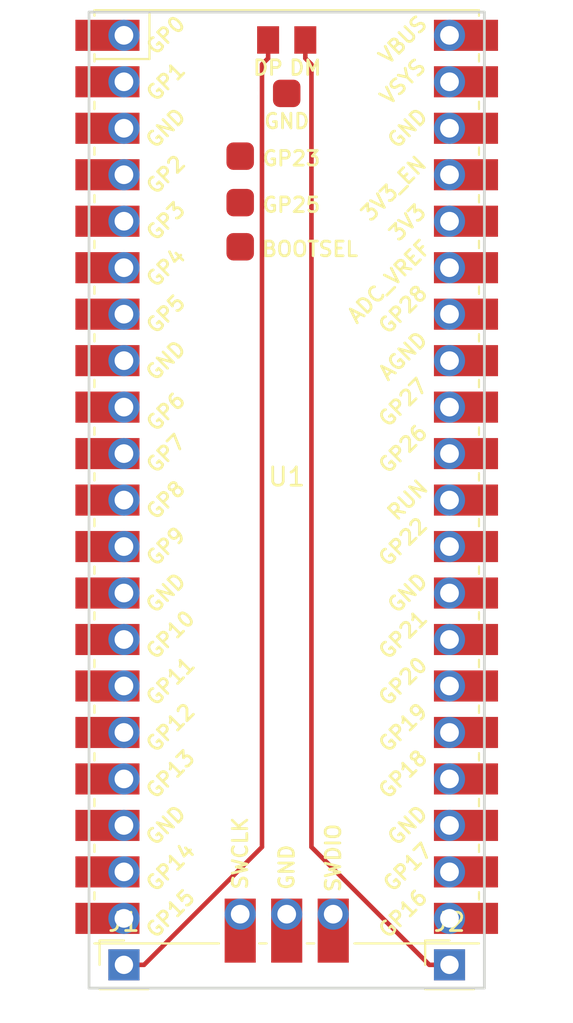
<source format=kicad_pcb>
(kicad_pcb (version 20171130) (host pcbnew 5.0.2+dfsg1-1)

  (general
    (thickness 1.6)
    (drawings 4)
    (tracks 53)
    (zones 0)
    (modules 3)
    (nets 3)
  )

  (page A4)
  (layers
    (0 F.Cu signal)
    (31 B.Cu signal)
    (32 B.Adhes user)
    (33 F.Adhes user)
    (34 B.Paste user)
    (35 F.Paste user)
    (36 B.SilkS user)
    (37 F.SilkS user)
    (38 B.Mask user)
    (39 F.Mask user)
    (40 Dwgs.User user)
    (41 Cmts.User user)
    (42 Eco1.User user)
    (43 Eco2.User user)
    (44 Edge.Cuts user)
    (45 Margin user)
    (46 B.CrtYd user)
    (47 F.CrtYd user)
    (48 B.Fab user)
    (49 F.Fab user)
  )

  (setup
    (last_trace_width 0.25)
    (trace_clearance 0.2)
    (zone_clearance 0.508)
    (zone_45_only no)
    (trace_min 0.2)
    (segment_width 0.2)
    (edge_width 0.15)
    (via_size 1.7)
    (via_drill 1.02)
    (via_min_size 0.4)
    (via_min_drill 0.3)
    (uvia_size 0.3)
    (uvia_drill 0.1)
    (uvias_allowed no)
    (uvia_min_size 0.2)
    (uvia_min_drill 0.1)
    (pcb_text_width 0.3)
    (pcb_text_size 1.5 1.5)
    (mod_edge_width 0.15)
    (mod_text_size 1 1)
    (mod_text_width 0.15)
    (pad_size 1.524 1.524)
    (pad_drill 0.762)
    (pad_to_mask_clearance 0.051)
    (solder_mask_min_width 0.25)
    (aux_axis_origin 0 0)
    (visible_elements FFFFFF7F)
    (pcbplotparams
      (layerselection 0x010fc_ffffffff)
      (usegerberextensions false)
      (usegerberattributes false)
      (usegerberadvancedattributes false)
      (creategerberjobfile false)
      (excludeedgelayer true)
      (linewidth 0.100000)
      (plotframeref false)
      (viasonmask false)
      (mode 1)
      (useauxorigin false)
      (hpglpennumber 1)
      (hpglpenspeed 20)
      (hpglpendiameter 15.000000)
      (psnegative false)
      (psa4output false)
      (plotreference true)
      (plotvalue true)
      (plotinvisibletext false)
      (padsonsilk false)
      (subtractmaskfromsilk false)
      (outputformat 1)
      (mirror false)
      (drillshape 1)
      (scaleselection 1)
      (outputdirectory ""))
  )

  (net 0 "")
  (net 1 "Net-(J1-Pad1)")
  (net 2 "Net-(J2-Pad1)")

  (net_class Default "This is the default net class."
    (clearance 0.2)
    (trace_width 0.25)
    (via_dia 1.7)
    (via_drill 1.02)
    (uvia_dia 0.3)
    (uvia_drill 0.1)
    (add_net "Net-(J1-Pad1)")
    (add_net "Net-(J2-Pad1)")
  )

  (module Connector_PinHeader_2.54mm:PinHeader_1x01_P2.54mm_Vertical (layer F.Cu) (tedit 59FED5CC) (tstamp 614F876B)
    (at 130.81 109.22)
    (descr "Through hole straight pin header, 1x01, 2.54mm pitch, single row")
    (tags "Through hole pin header THT 1x01 2.54mm single row")
    (path /614E4134)
    (fp_text reference J1 (at 0 -2.33) (layer F.SilkS)
      (effects (font (size 1 1) (thickness 0.15)))
    )
    (fp_text value Conn_01x01_Male (at 0 2.33) (layer F.Fab)
      (effects (font (size 1 1) (thickness 0.15)))
    )
    (fp_line (start -0.635 -1.27) (end 1.27 -1.27) (layer F.Fab) (width 0.1))
    (fp_line (start 1.27 -1.27) (end 1.27 1.27) (layer F.Fab) (width 0.1))
    (fp_line (start 1.27 1.27) (end -1.27 1.27) (layer F.Fab) (width 0.1))
    (fp_line (start -1.27 1.27) (end -1.27 -0.635) (layer F.Fab) (width 0.1))
    (fp_line (start -1.27 -0.635) (end -0.635 -1.27) (layer F.Fab) (width 0.1))
    (fp_line (start -1.33 1.33) (end 1.33 1.33) (layer F.SilkS) (width 0.12))
    (fp_line (start -1.33 1.27) (end -1.33 1.33) (layer F.SilkS) (width 0.12))
    (fp_line (start 1.33 1.27) (end 1.33 1.33) (layer F.SilkS) (width 0.12))
    (fp_line (start -1.33 1.27) (end 1.33 1.27) (layer F.SilkS) (width 0.12))
    (fp_line (start -1.33 0) (end -1.33 -1.33) (layer F.SilkS) (width 0.12))
    (fp_line (start -1.33 -1.33) (end 0 -1.33) (layer F.SilkS) (width 0.12))
    (fp_line (start -1.8 -1.8) (end -1.8 1.8) (layer F.CrtYd) (width 0.05))
    (fp_line (start -1.8 1.8) (end 1.8 1.8) (layer F.CrtYd) (width 0.05))
    (fp_line (start 1.8 1.8) (end 1.8 -1.8) (layer F.CrtYd) (width 0.05))
    (fp_line (start 1.8 -1.8) (end -1.8 -1.8) (layer F.CrtYd) (width 0.05))
    (fp_text user %R (at 0 0 90) (layer F.Fab)
      (effects (font (size 1 1) (thickness 0.15)))
    )
    (pad 1 thru_hole rect (at 0 0) (size 1.7 1.7) (drill 1) (layers *.Cu *.Mask)
      (net 1 "Net-(J1-Pad1)"))
    (model ${KISYS3DMOD}/Connector_PinHeader_2.54mm.3dshapes/PinHeader_1x01_P2.54mm_Vertical.wrl
      (at (xyz 0 0 0))
      (scale (xyz 1 1 1))
      (rotate (xyz 0 0 0))
    )
  )

  (module Connector_PinHeader_2.54mm:PinHeader_1x01_P2.54mm_Vertical (layer F.Cu) (tedit 59FED5CC) (tstamp 614F8780)
    (at 148.59 109.22)
    (descr "Through hole straight pin header, 1x01, 2.54mm pitch, single row")
    (tags "Through hole pin header THT 1x01 2.54mm single row")
    (path /614E41CF)
    (fp_text reference J2 (at 0 -2.33) (layer F.SilkS)
      (effects (font (size 1 1) (thickness 0.15)))
    )
    (fp_text value Conn_01x01_Male (at 0 2.33) (layer F.Fab)
      (effects (font (size 1 1) (thickness 0.15)))
    )
    (fp_text user %R (at 0 0 90) (layer F.Fab)
      (effects (font (size 1 1) (thickness 0.15)))
    )
    (fp_line (start 1.8 -1.8) (end -1.8 -1.8) (layer F.CrtYd) (width 0.05))
    (fp_line (start 1.8 1.8) (end 1.8 -1.8) (layer F.CrtYd) (width 0.05))
    (fp_line (start -1.8 1.8) (end 1.8 1.8) (layer F.CrtYd) (width 0.05))
    (fp_line (start -1.8 -1.8) (end -1.8 1.8) (layer F.CrtYd) (width 0.05))
    (fp_line (start -1.33 -1.33) (end 0 -1.33) (layer F.SilkS) (width 0.12))
    (fp_line (start -1.33 0) (end -1.33 -1.33) (layer F.SilkS) (width 0.12))
    (fp_line (start -1.33 1.27) (end 1.33 1.27) (layer F.SilkS) (width 0.12))
    (fp_line (start 1.33 1.27) (end 1.33 1.33) (layer F.SilkS) (width 0.12))
    (fp_line (start -1.33 1.27) (end -1.33 1.33) (layer F.SilkS) (width 0.12))
    (fp_line (start -1.33 1.33) (end 1.33 1.33) (layer F.SilkS) (width 0.12))
    (fp_line (start -1.27 -0.635) (end -0.635 -1.27) (layer F.Fab) (width 0.1))
    (fp_line (start -1.27 1.27) (end -1.27 -0.635) (layer F.Fab) (width 0.1))
    (fp_line (start 1.27 1.27) (end -1.27 1.27) (layer F.Fab) (width 0.1))
    (fp_line (start 1.27 -1.27) (end 1.27 1.27) (layer F.Fab) (width 0.1))
    (fp_line (start -0.635 -1.27) (end 1.27 -1.27) (layer F.Fab) (width 0.1))
    (pad 1 thru_hole rect (at 0 0) (size 1.7 1.7) (drill 1) (layers *.Cu *.Mask)
      (net 2 "Net-(J2-Pad1)"))
    (model ${KISYS3DMOD}/Connector_PinHeader_2.54mm.3dshapes/PinHeader_1x01_P2.54mm_Vertical.wrl
      (at (xyz 0 0 0))
      (scale (xyz 1 1 1))
      (rotate (xyz 0 0 0))
    )
  )

  (module custom-footprints:Raspberry-pico-smd (layer F.Cu) (tedit 614DE2F8) (tstamp 614F8823)
    (at 139.7 82.55)
    (descr "Through hole straight pin header, 2x20, 2.54mm pitch, double rows")
    (tags "Through hole pin header THT 2x20 2.54mm double row")
    (path /614E400F)
    (fp_text reference U1 (at 0 0) (layer F.SilkS)
      (effects (font (size 1 1) (thickness 0.15)))
    )
    (fp_text value Raspberry-pico-smd (at 0 2.159) (layer F.Fab)
      (effects (font (size 1 1) (thickness 0.15)))
    )
    (fp_line (start 1.1 25.5) (end 1.5 25.5) (layer F.SilkS) (width 0.12))
    (fp_line (start -1.5 25.5) (end -1.1 25.5) (layer F.SilkS) (width 0.12))
    (fp_line (start 10.5 25.5) (end 3.7 25.5) (layer F.SilkS) (width 0.12))
    (fp_line (start 10.5 15.1) (end 10.5 15.5) (layer F.SilkS) (width 0.12))
    (fp_line (start 10.5 7.4) (end 10.5 7.8) (layer F.SilkS) (width 0.12))
    (fp_line (start 10.5 -18) (end 10.5 -17.6) (layer F.SilkS) (width 0.12))
    (fp_line (start 10.5 -25.5) (end 10.5 -25.2) (layer F.SilkS) (width 0.12))
    (fp_line (start 10.5 -2.7) (end 10.5 -2.3) (layer F.SilkS) (width 0.12))
    (fp_line (start 10.5 12.5) (end 10.5 12.9) (layer F.SilkS) (width 0.12))
    (fp_line (start 10.5 -7.8) (end 10.5 -7.4) (layer F.SilkS) (width 0.12))
    (fp_line (start 10.5 -12.9) (end 10.5 -12.5) (layer F.SilkS) (width 0.12))
    (fp_line (start 10.5 -0.2) (end 10.5 0.2) (layer F.SilkS) (width 0.12))
    (fp_line (start 10.5 4.9) (end 10.5 5.3) (layer F.SilkS) (width 0.12))
    (fp_line (start 10.5 20.1) (end 10.5 20.5) (layer F.SilkS) (width 0.12))
    (fp_line (start 10.5 22.7) (end 10.5 23.1) (layer F.SilkS) (width 0.12))
    (fp_line (start 10.5 17.6) (end 10.5 18) (layer F.SilkS) (width 0.12))
    (fp_line (start 10.5 -15.4) (end 10.5 -15) (layer F.SilkS) (width 0.12))
    (fp_line (start 10.5 -23.1) (end 10.5 -22.7) (layer F.SilkS) (width 0.12))
    (fp_line (start 10.5 -20.5) (end 10.5 -20.1) (layer F.SilkS) (width 0.12))
    (fp_line (start 10.5 10) (end 10.5 10.4) (layer F.SilkS) (width 0.12))
    (fp_line (start 10.5 2.3) (end 10.5 2.7) (layer F.SilkS) (width 0.12))
    (fp_line (start 10.5 -5.3) (end 10.5 -4.9) (layer F.SilkS) (width 0.12))
    (fp_line (start 10.5 -10.4) (end 10.5 -10) (layer F.SilkS) (width 0.12))
    (fp_line (start -10.5 22.7) (end -10.5 23.1) (layer F.SilkS) (width 0.12))
    (fp_line (start -10.5 20.1) (end -10.5 20.5) (layer F.SilkS) (width 0.12))
    (fp_line (start -10.5 17.6) (end -10.5 18) (layer F.SilkS) (width 0.12))
    (fp_line (start -10.5 15.1) (end -10.5 15.5) (layer F.SilkS) (width 0.12))
    (fp_line (start -10.5 12.5) (end -10.5 12.9) (layer F.SilkS) (width 0.12))
    (fp_line (start -10.5 10) (end -10.5 10.4) (layer F.SilkS) (width 0.12))
    (fp_line (start -10.5 7.4) (end -10.5 7.8) (layer F.SilkS) (width 0.12))
    (fp_line (start -10.5 4.9) (end -10.5 5.3) (layer F.SilkS) (width 0.12))
    (fp_line (start -10.5 2.3) (end -10.5 2.7) (layer F.SilkS) (width 0.12))
    (fp_line (start -10.5 -0.2) (end -10.5 0.2) (layer F.SilkS) (width 0.12))
    (fp_line (start -10.5 -2.7) (end -10.5 -2.3) (layer F.SilkS) (width 0.12))
    (fp_line (start -10.5 -5.3) (end -10.5 -4.9) (layer F.SilkS) (width 0.12))
    (fp_line (start -10.5 -7.8) (end -10.5 -7.4) (layer F.SilkS) (width 0.12))
    (fp_line (start -10.5 -10.4) (end -10.5 -10) (layer F.SilkS) (width 0.12))
    (fp_line (start -10.5 -12.9) (end -10.5 -12.5) (layer F.SilkS) (width 0.12))
    (fp_line (start -10.5 -15.4) (end -10.5 -15) (layer F.SilkS) (width 0.12))
    (fp_line (start -10.5 -18) (end -10.5 -17.6) (layer F.SilkS) (width 0.12))
    (fp_line (start -10.5 -20.5) (end -10.5 -20.1) (layer F.SilkS) (width 0.12))
    (fp_line (start -10.5 -23.1) (end -10.5 -22.7) (layer F.SilkS) (width 0.12))
    (fp_line (start -10.5 -25.5) (end -10.5 -25.2) (layer F.SilkS) (width 0.12))
    (fp_line (start -7.493 -22.833) (end -7.493 -25.5) (layer F.SilkS) (width 0.12))
    (fp_line (start -10.5 -22.833) (end -7.493 -22.833) (layer F.SilkS) (width 0.12))
    (fp_line (start -3.7 25.5) (end -10.5 25.5) (layer F.SilkS) (width 0.12))
    (fp_line (start -10.5 -25.5) (end 10.5 -25.5) (layer F.SilkS) (width 0.12))
    (fp_line (start -11 26) (end -11 -26) (layer F.CrtYd) (width 0.12))
    (fp_line (start 11 26) (end -11 26) (layer F.CrtYd) (width 0.12))
    (fp_line (start 11 -26) (end 11 26) (layer F.CrtYd) (width 0.12))
    (fp_line (start -11 -26) (end 11 -26) (layer F.CrtYd) (width 0.12))
    (fp_line (start -10.5 -24.2) (end -9.2 -25.5) (layer F.Fab) (width 0.12))
    (fp_line (start -10.5 25.5) (end -10.5 -25.5) (layer F.Fab) (width 0.12))
    (fp_line (start 10.5 25.5) (end -10.5 25.5) (layer F.Fab) (width 0.12))
    (fp_line (start 10.5 -25.5) (end 10.5 25.5) (layer F.Fab) (width 0.12))
    (fp_line (start -10.5 -25.5) (end 10.5 -25.5) (layer F.Fab) (width 0.12))
    (fp_text user %R (at 0 0 180) (layer F.Fab)
      (effects (font (size 1 1) (thickness 0.15)))
    )
    (fp_text user GP1 (at -6.604 -21.59 45) (layer F.SilkS)
      (effects (font (size 0.8 0.8) (thickness 0.15)))
    )
    (fp_text user GP2 (at -6.604 -16.51 45) (layer F.SilkS)
      (effects (font (size 0.8 0.8) (thickness 0.15)))
    )
    (fp_text user GP0 (at -6.604 -24.13 45) (layer F.SilkS)
      (effects (font (size 0.8 0.8) (thickness 0.15)))
    )
    (fp_text user GP3 (at -6.604 -13.97 45) (layer F.SilkS)
      (effects (font (size 0.8 0.8) (thickness 0.15)))
    )
    (fp_text user GP4 (at -6.604 -11.43 45) (layer F.SilkS)
      (effects (font (size 0.8 0.8) (thickness 0.15)))
    )
    (fp_text user GP5 (at -6.604 -8.89 45) (layer F.SilkS)
      (effects (font (size 0.8 0.8) (thickness 0.15)))
    )
    (fp_text user GP6 (at -6.604 -3.556 45) (layer F.SilkS)
      (effects (font (size 0.8 0.8) (thickness 0.15)))
    )
    (fp_text user GP7 (at -6.604 -1.27 45) (layer F.SilkS)
      (effects (font (size 0.8 0.8) (thickness 0.15)))
    )
    (fp_text user GP8 (at -6.604 1.27 45) (layer F.SilkS)
      (effects (font (size 0.8 0.8) (thickness 0.15)))
    )
    (fp_text user GP9 (at -6.604 3.81 45) (layer F.SilkS)
      (effects (font (size 0.8 0.8) (thickness 0.15)))
    )
    (fp_text user GP10 (at -6.35 8.636 45) (layer F.SilkS)
      (effects (font (size 0.8 0.8) (thickness 0.15)))
    )
    (fp_text user GP11 (at -6.35 11.176 45) (layer F.SilkS)
      (effects (font (size 0.8 0.8) (thickness 0.15)))
    )
    (fp_text user GP12 (at -6.35 13.716 45) (layer F.SilkS)
      (effects (font (size 0.8 0.8) (thickness 0.15)))
    )
    (fp_text user GP13 (at -6.35 16.256 45) (layer F.SilkS)
      (effects (font (size 0.8 0.8) (thickness 0.15)))
    )
    (fp_text user GP14 (at -6.35 21.336 45) (layer F.SilkS)
      (effects (font (size 0.8 0.8) (thickness 0.15)))
    )
    (fp_text user GP15 (at -6.35 23.876 45) (layer F.SilkS)
      (effects (font (size 0.8 0.8) (thickness 0.15)))
    )
    (fp_text user GP16 (at 6.35 23.876 45) (layer F.SilkS)
      (effects (font (size 0.8 0.8) (thickness 0.15)))
    )
    (fp_text user GP17 (at 6.604 21.336 45) (layer F.SilkS)
      (effects (font (size 0.8 0.8) (thickness 0.15)))
    )
    (fp_text user GP18 (at 6.35 16.256 45) (layer F.SilkS)
      (effects (font (size 0.8 0.8) (thickness 0.15)))
    )
    (fp_text user GP19 (at 6.35 13.716 45) (layer F.SilkS)
      (effects (font (size 0.8 0.8) (thickness 0.15)))
    )
    (fp_text user GP20 (at 6.35 11.176 45) (layer F.SilkS)
      (effects (font (size 0.8 0.8) (thickness 0.15)))
    )
    (fp_text user GP21 (at 6.35 8.636 45) (layer F.SilkS)
      (effects (font (size 0.8 0.8) (thickness 0.15)))
    )
    (fp_text user GP22 (at 6.35 3.556 45) (layer F.SilkS)
      (effects (font (size 0.8 0.8) (thickness 0.15)))
    )
    (fp_text user RUN (at 6.604 1.27 45) (layer F.SilkS)
      (effects (font (size 0.8 0.8) (thickness 0.15)))
    )
    (fp_text user GP26 (at 6.35 -1.524 45) (layer F.SilkS)
      (effects (font (size 0.8 0.8) (thickness 0.15)))
    )
    (fp_text user GP27 (at 6.35 -4.064 45) (layer F.SilkS)
      (effects (font (size 0.8 0.8) (thickness 0.15)))
    )
    (fp_text user GP28 (at 6.35 -9.144 45) (layer F.SilkS)
      (effects (font (size 0.8 0.8) (thickness 0.15)))
    )
    (fp_text user ADC_VREF (at 5.588 -10.668 45) (layer F.SilkS)
      (effects (font (size 0.8 0.8) (thickness 0.15)))
    )
    (fp_text user 3V3 (at 6.604 -13.9 45) (layer F.SilkS)
      (effects (font (size 0.8 0.8) (thickness 0.15)))
    )
    (fp_text user 3V3_EN (at 5.842 -15.748 45) (layer F.SilkS)
      (effects (font (size 0.8 0.8) (thickness 0.15)))
    )
    (fp_text user VSYS (at 6.35 -21.59 45) (layer F.SilkS)
      (effects (font (size 0.8 0.8) (thickness 0.15)))
    )
    (fp_text user VBUS (at 6.35 -23.876 45) (layer F.SilkS)
      (effects (font (size 0.8 0.8) (thickness 0.15)))
    )
    (fp_text user GND (at -6.604 -19.05 45) (layer F.SilkS)
      (effects (font (size 0.8 0.8) (thickness 0.15)))
    )
    (fp_text user GND (at -6.604 -6.35 45) (layer F.SilkS)
      (effects (font (size 0.8 0.8) (thickness 0.15)))
    )
    (fp_text user GND (at -6.604 6.35 45) (layer F.SilkS)
      (effects (font (size 0.8 0.8) (thickness 0.15)))
    )
    (fp_text user GND (at -6.604 19.05 45) (layer F.SilkS)
      (effects (font (size 0.8 0.8) (thickness 0.15)))
    )
    (fp_text user GND (at 6.604 19.05 45) (layer F.SilkS)
      (effects (font (size 0.8 0.8) (thickness 0.15)))
    )
    (fp_text user GND (at 6.604 6.35 45) (layer F.SilkS)
      (effects (font (size 0.8 0.8) (thickness 0.15)))
    )
    (fp_text user GND (at 6.604 -19.05 45) (layer F.SilkS)
      (effects (font (size 0.8 0.8) (thickness 0.15)))
    )
    (fp_text user AGND (at 6.35 -6.604 45) (layer F.SilkS)
      (effects (font (size 0.8 0.8) (thickness 0.15)))
    )
    (fp_text user SWCLK (at -2.54 20.574 90) (layer F.SilkS)
      (effects (font (size 0.8 0.8) (thickness 0.15)))
    )
    (fp_text user SWDIO (at 2.54 20.828 90) (layer F.SilkS)
      (effects (font (size 0.8 0.8) (thickness 0.15)))
    )
    (fp_text user GND (at 0 -19.431) (layer F.SilkS)
      (effects (font (size 0.8 0.8) (thickness 0.15)))
    )
    (fp_text user DM (at 1.016 -22.352) (layer F.SilkS)
      (effects (font (size 0.8 0.8) (thickness 0.15)))
    )
    (fp_text user DP (at -1.016 -22.352) (layer F.SilkS)
      (effects (font (size 0.8 0.8) (thickness 0.15)))
    )
    (fp_text user GP23 (at 0.254 -17.399) (layer F.SilkS)
      (effects (font (size 0.8 0.8) (thickness 0.15)))
    )
    (fp_text user GP25 (at 0.254 -14.859) (layer F.SilkS)
      (effects (font (size 0.8 0.8) (thickness 0.15)))
    )
    (fp_text user BOOTSEL (at 1.27 -12.446) (layer F.SilkS)
      (effects (font (size 0.8 0.8) (thickness 0.15)))
    )
    (fp_text user GND (at 0 21.336 90) (layer F.SilkS)
      (effects (font (size 0.8 0.8) (thickness 0.15)))
    )
    (pad 1 smd rect (at -8.89 -24.13) (size 3.5 1.7) (drill (offset -0.9 0)) (layers F.Cu F.Mask))
    (pad 2 smd rect (at -8.89 -21.59) (size 3.5 1.7) (drill (offset -0.9 0)) (layers F.Cu F.Mask))
    (pad 3 smd rect (at -8.89 -19.05) (size 3.5 1.7) (drill (offset -0.9 0)) (layers F.Cu F.Mask))
    (pad 4 smd rect (at -8.89 -16.51) (size 3.5 1.7) (drill (offset -0.9 0)) (layers F.Cu F.Mask))
    (pad 5 smd rect (at -8.89 -13.97) (size 3.5 1.7) (drill (offset -0.9 0)) (layers F.Cu F.Mask))
    (pad 6 smd rect (at -8.89 -11.43) (size 3.5 1.7) (drill (offset -0.9 0)) (layers F.Cu F.Mask))
    (pad 7 smd rect (at -8.89 -8.89) (size 3.5 1.7) (drill (offset -0.9 0)) (layers F.Cu F.Mask))
    (pad 8 smd rect (at -8.89 -6.35) (size 3.5 1.7) (drill (offset -0.9 0)) (layers F.Cu F.Mask))
    (pad 9 smd rect (at -8.89 -3.81) (size 3.5 1.7) (drill (offset -0.9 0)) (layers F.Cu F.Mask))
    (pad 10 smd rect (at -8.89 -1.27) (size 3.5 1.7) (drill (offset -0.9 0)) (layers F.Cu F.Mask))
    (pad 11 smd rect (at -8.89 1.27) (size 3.5 1.7) (drill (offset -0.9 0)) (layers F.Cu F.Mask))
    (pad 12 smd rect (at -8.89 3.81) (size 3.5 1.7) (drill (offset -0.9 0)) (layers F.Cu F.Mask))
    (pad 13 smd rect (at -8.89 6.35) (size 3.5 1.7) (drill (offset -0.9 0)) (layers F.Cu F.Mask))
    (pad 14 smd rect (at -8.89 8.89) (size 3.5 1.7) (drill (offset -0.9 0)) (layers F.Cu F.Mask))
    (pad 15 smd rect (at -8.89 11.43) (size 3.5 1.7) (drill (offset -0.9 0)) (layers F.Cu F.Mask))
    (pad 16 smd rect (at -8.89 13.97) (size 3.5 1.7) (drill (offset -0.9 0)) (layers F.Cu F.Mask))
    (pad 17 smd rect (at -8.89 16.51) (size 3.5 1.7) (drill (offset -0.9 0)) (layers F.Cu F.Mask))
    (pad 18 smd rect (at -8.89 19.05) (size 3.5 1.7) (drill (offset -0.9 0)) (layers F.Cu F.Mask))
    (pad 19 smd rect (at -8.89 21.59) (size 3.5 1.7) (drill (offset -0.9 0)) (layers F.Cu F.Mask))
    (pad 20 smd rect (at -8.89 24.13) (size 3.5 1.7) (drill (offset -0.9 0)) (layers F.Cu F.Mask))
    (pad 40 smd rect (at 8.89 -24.13) (size 3.5 1.7) (drill (offset 0.9 0)) (layers F.Cu F.Mask))
    (pad 39 smd rect (at 8.89 -21.59) (size 3.5 1.7) (drill (offset 0.9 0)) (layers F.Cu F.Mask))
    (pad 38 smd rect (at 8.89 -19.05) (size 3.5 1.7) (drill (offset 0.9 0)) (layers F.Cu F.Mask))
    (pad 37 smd rect (at 8.89 -16.51) (size 3.5 1.7) (drill (offset 0.9 0)) (layers F.Cu F.Mask))
    (pad 36 smd rect (at 8.89 -13.97) (size 3.5 1.7) (drill (offset 0.9 0)) (layers F.Cu F.Mask))
    (pad 35 smd rect (at 8.89 -11.43) (size 3.5 1.7) (drill (offset 0.9 0)) (layers F.Cu F.Mask))
    (pad 34 smd rect (at 8.89 -8.89) (size 3.5 1.7) (drill (offset 0.9 0)) (layers F.Cu F.Mask))
    (pad 33 smd rect (at 8.89 -6.35) (size 3.5 1.7) (drill (offset 0.9 0)) (layers F.Cu F.Mask))
    (pad 32 smd rect (at 8.89 -3.81) (size 3.5 1.7) (drill (offset 0.9 0)) (layers F.Cu F.Mask))
    (pad 31 smd rect (at 8.89 -1.27) (size 3.5 1.7) (drill (offset 0.9 0)) (layers F.Cu F.Mask))
    (pad 30 smd rect (at 8.89 1.27) (size 3.5 1.7) (drill (offset 0.9 0)) (layers F.Cu F.Mask))
    (pad 29 smd rect (at 8.89 3.81) (size 3.5 1.7) (drill (offset 0.9 0)) (layers F.Cu F.Mask))
    (pad 28 smd rect (at 8.89 6.35) (size 3.5 1.7) (drill (offset 0.9 0)) (layers F.Cu F.Mask))
    (pad 27 smd rect (at 8.89 8.89) (size 3.5 1.7) (drill (offset 0.9 0)) (layers F.Cu F.Mask))
    (pad 26 smd rect (at 8.89 11.43) (size 3.5 1.7) (drill (offset 0.9 0)) (layers F.Cu F.Mask))
    (pad 25 smd rect (at 8.89 13.97) (size 3.5 1.7) (drill (offset 0.9 0)) (layers F.Cu F.Mask))
    (pad 24 smd rect (at 8.89 16.51) (size 3.5 1.7) (drill (offset 0.9 0)) (layers F.Cu F.Mask))
    (pad 23 smd rect (at 8.89 19.05) (size 3.5 1.7) (drill (offset 0.9 0)) (layers F.Cu F.Mask))
    (pad 22 smd rect (at 8.89 21.59) (size 3.5 1.7) (drill (offset 0.9 0)) (layers F.Cu F.Mask))
    (pad 21 smd rect (at 8.89 24.13) (size 3.5 1.7) (drill (offset 0.9 0)) (layers F.Cu F.Mask))
    (pad "" np_thru_hole oval (at -2.725 -24) (size 1.8 1.8) (drill 1.8) (layers *.Cu *.Mask))
    (pad "" np_thru_hole oval (at 2.725 -24) (size 1.8 1.8) (drill 1.8) (layers *.Cu *.Mask))
    (pad "" np_thru_hole oval (at -2.425 -20.97) (size 1.5 1.5) (drill 1.5) (layers *.Cu *.Mask))
    (pad "" np_thru_hole oval (at 2.425 -20.97) (size 1.5 1.5) (drill 1.5) (layers *.Cu *.Mask))
    (pad 47 smd rect (at -2.54 23.9 90) (size 3.5 1.7) (drill (offset -0.9 0)) (layers F.Cu F.Mask))
    (pad 48 smd rect (at 0 23.9 90) (size 3.5 1.7) (drill (offset -0.9 0)) (layers F.Cu F.Mask))
    (pad 49 smd rect (at 2.54 23.9 90) (size 3.5 1.7) (drill (offset -0.9 0)) (layers F.Cu F.Mask))
    (pad 43 smd rect (at -1.016 -23.876) (size 1.2 1.5) (layers F.Cu F.Mask)
      (net 1 "Net-(J1-Pad1)"))
    (pad 42 smd rect (at 1.016 -23.876) (size 1.2 1.5) (layers F.Cu F.Mask)
      (net 2 "Net-(J2-Pad1)"))
    (pad 44 smd roundrect (at -2.54 -17.526) (size 1.5 1.5) (layers F.Cu F.Mask) (roundrect_rratio 0.25))
    (pad 45 smd roundrect (at -2.54 -14.986) (size 1.5 1.5) (layers F.Cu F.Mask) (roundrect_rratio 0.25))
    (pad 46 smd roundrect (at -2.54 -12.573) (size 1.5 1.5) (layers F.Cu F.Mask) (roundrect_rratio 0.25))
    (pad 41 smd roundrect (at 0 -20.955) (size 1.5 1.5) (layers F.Cu F.Mask) (roundrect_rratio 0.25))
    (model :custom:3rd-party/KiCad-RP-Pico-main/Pico.wrl
      (at (xyz 0 0 0))
      (scale (xyz 1 1 1))
      (rotate (xyz 0 0 0))
    )
  )

  (gr_line (start 128.905 110.49) (end 128.905 57.15) (layer Edge.Cuts) (width 0.15))
  (gr_line (start 150.495 110.49) (end 128.905 110.49) (layer Edge.Cuts) (width 0.15))
  (gr_line (start 150.495 57.15) (end 150.495 110.49) (layer Edge.Cuts) (width 0.15))
  (gr_line (start 128.905 57.15) (end 150.495 57.15) (layer Edge.Cuts) (width 0.15))

  (via (at 130.81 58.42) (size 1.7) (drill 1.02) (layers F.Cu B.Cu) (net 0))
  (via (at 130.81 60.96) (size 1.7) (drill 1.02) (layers F.Cu B.Cu) (net 0))
  (via (at 130.81 63.5) (size 1.7) (drill 1.02) (layers F.Cu B.Cu) (net 0))
  (via (at 130.81 66.04) (size 1.7) (drill 1.02) (layers F.Cu B.Cu) (net 0))
  (via (at 130.81 68.58) (size 1.7) (drill 1.02) (layers F.Cu B.Cu) (net 0))
  (via (at 130.81 71.12) (size 1.7) (drill 1.02) (layers F.Cu B.Cu) (net 0))
  (via (at 130.81 73.66) (size 1.7) (drill 1.02) (layers F.Cu B.Cu) (net 0))
  (via (at 130.81 76.2) (size 1.7) (drill 1.02) (layers F.Cu B.Cu) (net 0))
  (via (at 130.81 78.74) (size 1.7) (drill 1.02) (layers F.Cu B.Cu) (net 0))
  (via (at 130.81 81.28) (size 1.7) (drill 1.02) (layers F.Cu B.Cu) (net 0))
  (via (at 130.81 83.82) (size 1.7) (drill 1.02) (layers F.Cu B.Cu) (net 0))
  (via (at 130.81 86.36) (size 1.7) (drill 1.02) (layers F.Cu B.Cu) (net 0))
  (via (at 130.81 88.9) (size 1.7) (drill 1.02) (layers F.Cu B.Cu) (net 0))
  (via (at 130.81 91.44) (size 1.7) (drill 1.02) (layers F.Cu B.Cu) (net 0))
  (via (at 130.81 93.98) (size 1.7) (drill 1.02) (layers F.Cu B.Cu) (net 0))
  (via (at 130.81 96.52) (size 1.7) (drill 1.02) (layers F.Cu B.Cu) (net 0))
  (via (at 130.81 99.06) (size 1.7) (drill 1.02) (layers F.Cu B.Cu) (net 0))
  (via (at 130.81 101.6) (size 1.7) (drill 1.02) (layers F.Cu B.Cu) (net 0))
  (via (at 130.81 104.14) (size 1.7) (drill 1.02) (layers F.Cu B.Cu) (net 0))
  (via (at 130.81 106.68) (size 1.7) (drill 1.02) (layers F.Cu B.Cu) (net 0))
  (via (at 148.59 106.68) (size 1.7) (drill 1.02) (layers F.Cu B.Cu) (net 0))
  (via (at 148.59 104.14) (size 1.7) (drill 1.02) (layers F.Cu B.Cu) (net 0))
  (via (at 148.59 101.6) (size 1.7) (drill 1.02) (layers F.Cu B.Cu) (net 0))
  (via (at 148.59 99.06) (size 1.7) (drill 1.02) (layers F.Cu B.Cu) (net 0))
  (via (at 148.59 96.52) (size 1.7) (drill 1.02) (layers F.Cu B.Cu) (net 0))
  (via (at 148.59 93.98) (size 1.7) (drill 1.02) (layers F.Cu B.Cu) (net 0))
  (via (at 148.59 91.44) (size 1.7) (drill 1.02) (layers F.Cu B.Cu) (net 0))
  (via (at 148.59 88.9) (size 1.7) (drill 1.02) (layers F.Cu B.Cu) (net 0))
  (via (at 148.59 86.36) (size 1.7) (drill 1.02) (layers F.Cu B.Cu) (net 0))
  (via (at 148.59 83.82) (size 1.7) (drill 1.02) (layers F.Cu B.Cu) (net 0))
  (via (at 148.59 81.28) (size 1.7) (drill 1.02) (layers F.Cu B.Cu) (net 0))
  (via (at 148.59 78.74) (size 1.7) (drill 1.02) (layers F.Cu B.Cu) (net 0))
  (via (at 148.59 76.2) (size 1.7) (drill 1.02) (layers F.Cu B.Cu) (net 0))
  (via (at 148.59 73.66) (size 1.7) (drill 1.02) (layers F.Cu B.Cu) (net 0))
  (via (at 148.59 71.12) (size 1.7) (drill 1.02) (layers F.Cu B.Cu) (net 0))
  (via (at 148.59 68.58) (size 1.7) (drill 1.02) (layers F.Cu B.Cu) (net 0))
  (via (at 148.59 66.04) (size 1.7) (drill 1.02) (layers F.Cu B.Cu) (net 0))
  (via (at 148.59 63.5) (size 1.7) (drill 1.02) (layers F.Cu B.Cu) (net 0))
  (via (at 148.59 60.96) (size 1.7) (drill 1.02) (layers F.Cu B.Cu) (net 0))
  (via (at 148.59 58.42) (size 1.7) (drill 1.02) (layers F.Cu B.Cu) (net 0))
  (via (at 137.16 106.4514) (size 1.7) (drill 1.02) (layers F.Cu B.Cu) (net 0))
  (via (at 139.7 106.4514) (size 1.7) (drill 1.02) (layers F.Cu B.Cu) (net 0))
  (via (at 142.24 106.4514) (size 1.7) (drill 1.02) (layers F.Cu B.Cu) (net 0))
  (segment (start 131.91 109.22) (end 130.81 109.22) (width 0.25) (layer F.Cu) (net 1))
  (segment (start 138.684 59.674) (end 138.350001 60.007999) (width 0.25) (layer F.Cu) (net 1))
  (segment (start 138.350001 102.779999) (end 131.91 109.22) (width 0.25) (layer F.Cu) (net 1))
  (segment (start 138.350001 60.007999) (end 138.350001 102.779999) (width 0.25) (layer F.Cu) (net 1))
  (segment (start 138.684 58.674) (end 138.684 59.674) (width 0.25) (layer F.Cu) (net 1))
  (segment (start 147.49 109.22) (end 148.59 109.22) (width 0.25) (layer F.Cu) (net 2))
  (segment (start 141.049999 102.779999) (end 147.49 109.22) (width 0.25) (layer F.Cu) (net 2))
  (segment (start 141.049999 60.007999) (end 141.049999 102.779999) (width 0.25) (layer F.Cu) (net 2))
  (segment (start 140.716 59.674) (end 141.049999 60.007999) (width 0.25) (layer F.Cu) (net 2))
  (segment (start 140.716 58.674) (end 140.716 59.674) (width 0.25) (layer F.Cu) (net 2))

)

</source>
